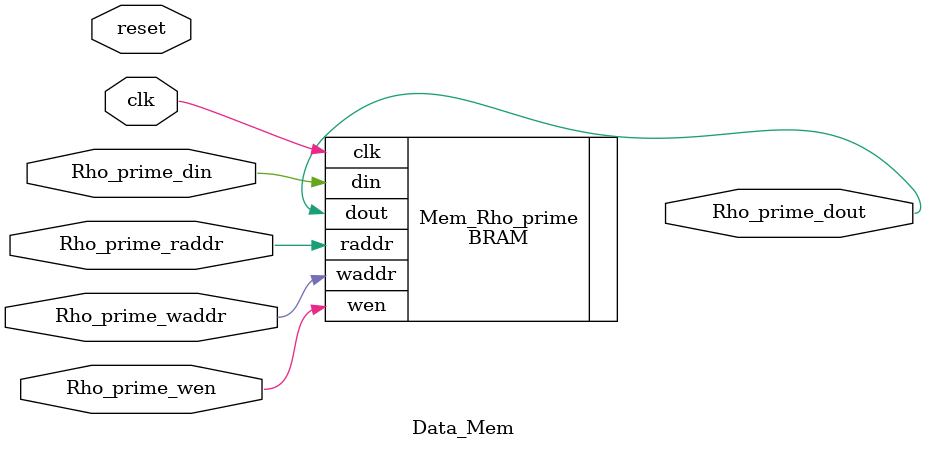
<source format=v>
module Data_Mem(
    input clk,
    input reset,

    input  Rho_prime_wen,
    input  Rho_prime_waddr,
    input  Rho_prime_din,
    input  Rho_prime_raddr,
    output Rho_prime_dout
    );

// wire Rho_prime_wen;
// wire Rho_prime_waddr;
// wire Rho_prime_din;
// wire Rho_prime_raddr;
// wire Rho_prime_dout;

BRAM #(.DLEN(64), .HLEN(3)) Mem_Rho_prime(.clk(clk),
                                          .wen(Rho_prime_wen),
                                          .waddr(Rho_prime_waddr),
                                          .din(Rho_prime_din),
                                          .raddr(Rho_prime_raddr),
                                          .dout(Rho_prime_dout));

// BRAM #(.DLEN(64), .HLEN(3)) Mem_Rho_prime(.clk(clk),
//                                           .wen(Rho_prime_wen),
//                                           .waddr(Rho_prime_waddr),
//                                           .din(Rho_prime_din),
//                                           .raddr(Rho_prime_raddr),
//                                           .dout(Rho_prime_dout));


endmodule

</source>
